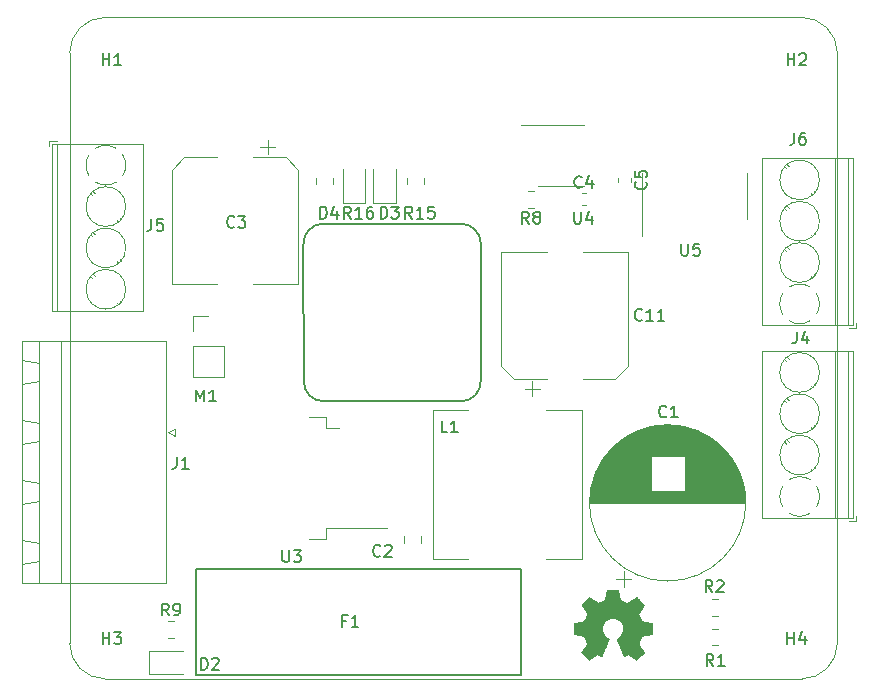
<source format=gbr>
G04 #@! TF.GenerationSoftware,KiCad,Pcbnew,(5.1.2)-1*
G04 #@! TF.CreationDate,2019-08-04T20:48:43+02:00*
G04 #@! TF.ProjectId,SMPS hat,534d5053-2068-4617-942e-6b696361645f,rev?*
G04 #@! TF.SameCoordinates,Original*
G04 #@! TF.FileFunction,Legend,Top*
G04 #@! TF.FilePolarity,Positive*
%FSLAX46Y46*%
G04 Gerber Fmt 4.6, Leading zero omitted, Abs format (unit mm)*
G04 Created by KiCad (PCBNEW (5.1.2)-1) date 2019-08-04 20:48:43*
%MOMM*%
%LPD*%
G04 APERTURE LIST*
%ADD10C,0.150000*%
%ADD11C,0.100000*%
%ADD12C,0.010000*%
%ADD13C,0.120000*%
G04 APERTURE END LIST*
D10*
X100101383Y-93318831D02*
G75*
G02X98374200Y-91643200I-50783J1675631D01*
G01*
X113359431Y-91592417D02*
G75*
G02X111683800Y-93319600I-1675631J-50783D01*
G01*
X111633017Y-78283569D02*
G75*
G02X113360200Y-79959200I50783J-1675631D01*
G01*
X98349569Y-80009983D02*
G75*
G02X100025200Y-78282800I1675631J50783D01*
G01*
X98374200Y-91643200D02*
X98349569Y-80009983D01*
X111683800Y-93319600D02*
X100101383Y-93318831D01*
X113360200Y-79959200D02*
X113359431Y-91592417D01*
X100025200Y-78282800D02*
X111633017Y-78283569D01*
D11*
X78546357Y-63830200D02*
X78546356Y-113817611D01*
X78546357Y-63830200D02*
G75*
G02X81534000Y-60817611I2999999J12589D01*
G01*
X140546356Y-60817611D02*
X81534000Y-60817611D01*
X140546356Y-60817611D02*
G75*
G02X143546356Y-63817611I0J-3000000D01*
G01*
X143546351Y-113822847D02*
X143546356Y-63817611D01*
X81546356Y-116817611D02*
G75*
G02X78546356Y-113817611I0J3000000D01*
G01*
X81546356Y-116817611D02*
X140546356Y-116817611D01*
X143546351Y-113822847D02*
G75*
G02X140546356Y-116817611I-2999995J5236D01*
G01*
D12*
G36*
X125076774Y-109721691D02*
G01*
X125160595Y-110166315D01*
X125469880Y-110293813D01*
X125779166Y-110421311D01*
X126150206Y-110169006D01*
X126254117Y-110098756D01*
X126348047Y-110036032D01*
X126427612Y-109983698D01*
X126488430Y-109944617D01*
X126526117Y-109921653D01*
X126536381Y-109916702D01*
X126554870Y-109929436D01*
X126594380Y-109964642D01*
X126650482Y-110017822D01*
X126718747Y-110084478D01*
X126794746Y-110160114D01*
X126874052Y-110240232D01*
X126952235Y-110320334D01*
X127024867Y-110395924D01*
X127087519Y-110462505D01*
X127135763Y-110515578D01*
X127165170Y-110550647D01*
X127172201Y-110562383D01*
X127162083Y-110584020D01*
X127133719Y-110631422D01*
X127090089Y-110699953D01*
X127034178Y-110784975D01*
X126968966Y-110881853D01*
X126931179Y-110937110D01*
X126862303Y-111038008D01*
X126801100Y-111129059D01*
X126750538Y-111205730D01*
X126713588Y-111263488D01*
X126693218Y-111297803D01*
X126690157Y-111305014D01*
X126697096Y-111325508D01*
X126716011Y-111373273D01*
X126744047Y-111441592D01*
X126778351Y-111523749D01*
X126816069Y-111613030D01*
X126854347Y-111702718D01*
X126890330Y-111786098D01*
X126921166Y-111856454D01*
X126943999Y-111907070D01*
X126955977Y-111931231D01*
X126956684Y-111932182D01*
X126975491Y-111936796D01*
X127025578Y-111947088D01*
X127101753Y-111962047D01*
X127198825Y-111980661D01*
X127311603Y-112001919D01*
X127377402Y-112014178D01*
X127497910Y-112037122D01*
X127606757Y-112058955D01*
X127698436Y-112078482D01*
X127767441Y-112094508D01*
X127808264Y-112105839D01*
X127816471Y-112109434D01*
X127824508Y-112133766D01*
X127830993Y-112188719D01*
X127835930Y-112267868D01*
X127839324Y-112364786D01*
X127841178Y-112473047D01*
X127841498Y-112586225D01*
X127840287Y-112697895D01*
X127837550Y-112801628D01*
X127833291Y-112891001D01*
X127827515Y-112959586D01*
X127820227Y-113000957D01*
X127815855Y-113009570D01*
X127789724Y-113019893D01*
X127734353Y-113034652D01*
X127657067Y-113052112D01*
X127565190Y-113070540D01*
X127533118Y-113076501D01*
X127378484Y-113104826D01*
X127256335Y-113127636D01*
X127162633Y-113145840D01*
X127093344Y-113160343D01*
X127044431Y-113172052D01*
X127011857Y-113181875D01*
X126991588Y-113190716D01*
X126979586Y-113199484D01*
X126977907Y-113201217D01*
X126961144Y-113229131D01*
X126935574Y-113283455D01*
X126903748Y-113357537D01*
X126868220Y-113444725D01*
X126831543Y-113538368D01*
X126796271Y-113631812D01*
X126764956Y-113718407D01*
X126740153Y-113791500D01*
X126724414Y-113844438D01*
X126720292Y-113870571D01*
X126720636Y-113871486D01*
X126734601Y-113892846D01*
X126766282Y-113939844D01*
X126812351Y-114007587D01*
X126869478Y-114091183D01*
X126934333Y-114185742D01*
X126952803Y-114212614D01*
X127018659Y-114310035D01*
X127076610Y-114398923D01*
X127123498Y-114474172D01*
X127156167Y-114530680D01*
X127171460Y-114563341D01*
X127172201Y-114567353D01*
X127159352Y-114588444D01*
X127123848Y-114630224D01*
X127070253Y-114688205D01*
X127003131Y-114757895D01*
X126927047Y-114834805D01*
X126846564Y-114914443D01*
X126766247Y-114992321D01*
X126690659Y-115063946D01*
X126624365Y-115124830D01*
X126571929Y-115170481D01*
X126537915Y-115196410D01*
X126528505Y-115200643D01*
X126506603Y-115190672D01*
X126461760Y-115163780D01*
X126401281Y-115124496D01*
X126354749Y-115092877D01*
X126270435Y-115034858D01*
X126170586Y-114966544D01*
X126070433Y-114898339D01*
X126016587Y-114861835D01*
X125834331Y-114738560D01*
X125681341Y-114821280D01*
X125611642Y-114857519D01*
X125552374Y-114885686D01*
X125512271Y-114901751D01*
X125502063Y-114903986D01*
X125489789Y-114887482D01*
X125465573Y-114840842D01*
X125431223Y-114768369D01*
X125388548Y-114674366D01*
X125339354Y-114563134D01*
X125285450Y-114438975D01*
X125228644Y-114306192D01*
X125170742Y-114169087D01*
X125113553Y-114031962D01*
X125058884Y-113899118D01*
X125008544Y-113774858D01*
X124964340Y-113663485D01*
X124928079Y-113569299D01*
X124901569Y-113496604D01*
X124886618Y-113449701D01*
X124884214Y-113433593D01*
X124903271Y-113413046D01*
X124944996Y-113379693D01*
X125000666Y-113340462D01*
X125005338Y-113337359D01*
X125149224Y-113222183D01*
X125265243Y-113087813D01*
X125352390Y-112938544D01*
X125409659Y-112778673D01*
X125436046Y-112612497D01*
X125430545Y-112444312D01*
X125392150Y-112278415D01*
X125319855Y-112119102D01*
X125298586Y-112084247D01*
X125187956Y-111943497D01*
X125057262Y-111830474D01*
X124911024Y-111745763D01*
X124753768Y-111689954D01*
X124590017Y-111663634D01*
X124424293Y-111667390D01*
X124261122Y-111701810D01*
X124105025Y-111767483D01*
X123960527Y-111864995D01*
X123915829Y-111904573D01*
X123802072Y-112028463D01*
X123719178Y-112158884D01*
X123662316Y-112305075D01*
X123630647Y-112449848D01*
X123622829Y-112612620D01*
X123648898Y-112776200D01*
X123706205Y-112935058D01*
X123792104Y-113083666D01*
X123903946Y-113216495D01*
X124039083Y-113328016D01*
X124056843Y-113339771D01*
X124113110Y-113378268D01*
X124155883Y-113411623D01*
X124176332Y-113432920D01*
X124176629Y-113433593D01*
X124172239Y-113456631D01*
X124154836Y-113508917D01*
X124126228Y-113586150D01*
X124088225Y-113684028D01*
X124042634Y-113798251D01*
X123991263Y-113924518D01*
X123935922Y-114058527D01*
X123878418Y-114195978D01*
X123820561Y-114332568D01*
X123764158Y-114463997D01*
X123711018Y-114585965D01*
X123662950Y-114694169D01*
X123621761Y-114784309D01*
X123589261Y-114852083D01*
X123567257Y-114893190D01*
X123558396Y-114903986D01*
X123531320Y-114895579D01*
X123480657Y-114873032D01*
X123415143Y-114840373D01*
X123379119Y-114821280D01*
X123226128Y-114738560D01*
X123043872Y-114861835D01*
X122950835Y-114924988D01*
X122848975Y-114994487D01*
X122753522Y-115059925D01*
X122705710Y-115092877D01*
X122638465Y-115138033D01*
X122581524Y-115173817D01*
X122542314Y-115195698D01*
X122529579Y-115200323D01*
X122511043Y-115187845D01*
X122470019Y-115153012D01*
X122410485Y-115099438D01*
X122336418Y-115030743D01*
X122251795Y-114950541D01*
X122198275Y-114899046D01*
X122104641Y-114807046D01*
X122023719Y-114724759D01*
X121958783Y-114655705D01*
X121913102Y-114603404D01*
X121889949Y-114571376D01*
X121887728Y-114564876D01*
X121898036Y-114540154D01*
X121926521Y-114490165D01*
X121970023Y-114419972D01*
X122025383Y-114334635D01*
X122089440Y-114239216D01*
X122107657Y-114212614D01*
X122174033Y-114115927D01*
X122233582Y-114028877D01*
X122282976Y-113956355D01*
X122318885Y-113903253D01*
X122337979Y-113874463D01*
X122339824Y-113871486D01*
X122337065Y-113848542D01*
X122322422Y-113798096D01*
X122298447Y-113726801D01*
X122267694Y-113641307D01*
X122232716Y-113548267D01*
X122196067Y-113454334D01*
X122160299Y-113366159D01*
X122127966Y-113290394D01*
X122101622Y-113233691D01*
X122083818Y-113202703D01*
X122082553Y-113201217D01*
X122071666Y-113192361D01*
X122053278Y-113183603D01*
X122023354Y-113174037D01*
X121977857Y-113162756D01*
X121912751Y-113148853D01*
X121823999Y-113131423D01*
X121707567Y-113109558D01*
X121559418Y-113082351D01*
X121527342Y-113076501D01*
X121432274Y-113058134D01*
X121349395Y-113040165D01*
X121286030Y-113024329D01*
X121249502Y-113012360D01*
X121244604Y-113009570D01*
X121236533Y-112984832D01*
X121229973Y-112929550D01*
X121224927Y-112850149D01*
X121221401Y-112753056D01*
X121219399Y-112644698D01*
X121218924Y-112531500D01*
X121219983Y-112419888D01*
X121222578Y-112316289D01*
X121226714Y-112227128D01*
X121232397Y-112158832D01*
X121239629Y-112117826D01*
X121243989Y-112109434D01*
X121268262Y-112100968D01*
X121323534Y-112087195D01*
X121404298Y-112069310D01*
X121505048Y-112048508D01*
X121620277Y-112025983D01*
X121683058Y-112014178D01*
X121802173Y-111991911D01*
X121908395Y-111971739D01*
X121996533Y-111954675D01*
X122061394Y-111941729D01*
X122097786Y-111933915D01*
X122103776Y-111932182D01*
X122113899Y-111912650D01*
X122135298Y-111865603D01*
X122165121Y-111797763D01*
X122200515Y-111715851D01*
X122238628Y-111626588D01*
X122276607Y-111536695D01*
X122311600Y-111452895D01*
X122340754Y-111381907D01*
X122361217Y-111330454D01*
X122370137Y-111305257D01*
X122370303Y-111304156D01*
X122360191Y-111284279D01*
X122331843Y-111238537D01*
X122288237Y-111171477D01*
X122232354Y-111087644D01*
X122167173Y-110991586D01*
X122129281Y-110936410D01*
X122060235Y-110835241D01*
X121998910Y-110743390D01*
X121948297Y-110665504D01*
X121911389Y-110606229D01*
X121891178Y-110570211D01*
X121888259Y-110562137D01*
X121900807Y-110543344D01*
X121935497Y-110503217D01*
X121987897Y-110446253D01*
X122053576Y-110376945D01*
X122128104Y-110299791D01*
X122207047Y-110219285D01*
X122285977Y-110139923D01*
X122360460Y-110066200D01*
X122426066Y-110002612D01*
X122478364Y-109953654D01*
X122512921Y-109923821D01*
X122524482Y-109916702D01*
X122543306Y-109926713D01*
X122588329Y-109954838D01*
X122655173Y-109998214D01*
X122739461Y-110053978D01*
X122836816Y-110119266D01*
X122910253Y-110169006D01*
X123281293Y-110421311D01*
X123899865Y-110166315D01*
X123983685Y-109721691D01*
X124067506Y-109277067D01*
X124992954Y-109277067D01*
X125076774Y-109721691D01*
X125076774Y-109721691D01*
G37*
X125076774Y-109721691D02*
X125160595Y-110166315D01*
X125469880Y-110293813D01*
X125779166Y-110421311D01*
X126150206Y-110169006D01*
X126254117Y-110098756D01*
X126348047Y-110036032D01*
X126427612Y-109983698D01*
X126488430Y-109944617D01*
X126526117Y-109921653D01*
X126536381Y-109916702D01*
X126554870Y-109929436D01*
X126594380Y-109964642D01*
X126650482Y-110017822D01*
X126718747Y-110084478D01*
X126794746Y-110160114D01*
X126874052Y-110240232D01*
X126952235Y-110320334D01*
X127024867Y-110395924D01*
X127087519Y-110462505D01*
X127135763Y-110515578D01*
X127165170Y-110550647D01*
X127172201Y-110562383D01*
X127162083Y-110584020D01*
X127133719Y-110631422D01*
X127090089Y-110699953D01*
X127034178Y-110784975D01*
X126968966Y-110881853D01*
X126931179Y-110937110D01*
X126862303Y-111038008D01*
X126801100Y-111129059D01*
X126750538Y-111205730D01*
X126713588Y-111263488D01*
X126693218Y-111297803D01*
X126690157Y-111305014D01*
X126697096Y-111325508D01*
X126716011Y-111373273D01*
X126744047Y-111441592D01*
X126778351Y-111523749D01*
X126816069Y-111613030D01*
X126854347Y-111702718D01*
X126890330Y-111786098D01*
X126921166Y-111856454D01*
X126943999Y-111907070D01*
X126955977Y-111931231D01*
X126956684Y-111932182D01*
X126975491Y-111936796D01*
X127025578Y-111947088D01*
X127101753Y-111962047D01*
X127198825Y-111980661D01*
X127311603Y-112001919D01*
X127377402Y-112014178D01*
X127497910Y-112037122D01*
X127606757Y-112058955D01*
X127698436Y-112078482D01*
X127767441Y-112094508D01*
X127808264Y-112105839D01*
X127816471Y-112109434D01*
X127824508Y-112133766D01*
X127830993Y-112188719D01*
X127835930Y-112267868D01*
X127839324Y-112364786D01*
X127841178Y-112473047D01*
X127841498Y-112586225D01*
X127840287Y-112697895D01*
X127837550Y-112801628D01*
X127833291Y-112891001D01*
X127827515Y-112959586D01*
X127820227Y-113000957D01*
X127815855Y-113009570D01*
X127789724Y-113019893D01*
X127734353Y-113034652D01*
X127657067Y-113052112D01*
X127565190Y-113070540D01*
X127533118Y-113076501D01*
X127378484Y-113104826D01*
X127256335Y-113127636D01*
X127162633Y-113145840D01*
X127093344Y-113160343D01*
X127044431Y-113172052D01*
X127011857Y-113181875D01*
X126991588Y-113190716D01*
X126979586Y-113199484D01*
X126977907Y-113201217D01*
X126961144Y-113229131D01*
X126935574Y-113283455D01*
X126903748Y-113357537D01*
X126868220Y-113444725D01*
X126831543Y-113538368D01*
X126796271Y-113631812D01*
X126764956Y-113718407D01*
X126740153Y-113791500D01*
X126724414Y-113844438D01*
X126720292Y-113870571D01*
X126720636Y-113871486D01*
X126734601Y-113892846D01*
X126766282Y-113939844D01*
X126812351Y-114007587D01*
X126869478Y-114091183D01*
X126934333Y-114185742D01*
X126952803Y-114212614D01*
X127018659Y-114310035D01*
X127076610Y-114398923D01*
X127123498Y-114474172D01*
X127156167Y-114530680D01*
X127171460Y-114563341D01*
X127172201Y-114567353D01*
X127159352Y-114588444D01*
X127123848Y-114630224D01*
X127070253Y-114688205D01*
X127003131Y-114757895D01*
X126927047Y-114834805D01*
X126846564Y-114914443D01*
X126766247Y-114992321D01*
X126690659Y-115063946D01*
X126624365Y-115124830D01*
X126571929Y-115170481D01*
X126537915Y-115196410D01*
X126528505Y-115200643D01*
X126506603Y-115190672D01*
X126461760Y-115163780D01*
X126401281Y-115124496D01*
X126354749Y-115092877D01*
X126270435Y-115034858D01*
X126170586Y-114966544D01*
X126070433Y-114898339D01*
X126016587Y-114861835D01*
X125834331Y-114738560D01*
X125681341Y-114821280D01*
X125611642Y-114857519D01*
X125552374Y-114885686D01*
X125512271Y-114901751D01*
X125502063Y-114903986D01*
X125489789Y-114887482D01*
X125465573Y-114840842D01*
X125431223Y-114768369D01*
X125388548Y-114674366D01*
X125339354Y-114563134D01*
X125285450Y-114438975D01*
X125228644Y-114306192D01*
X125170742Y-114169087D01*
X125113553Y-114031962D01*
X125058884Y-113899118D01*
X125008544Y-113774858D01*
X124964340Y-113663485D01*
X124928079Y-113569299D01*
X124901569Y-113496604D01*
X124886618Y-113449701D01*
X124884214Y-113433593D01*
X124903271Y-113413046D01*
X124944996Y-113379693D01*
X125000666Y-113340462D01*
X125005338Y-113337359D01*
X125149224Y-113222183D01*
X125265243Y-113087813D01*
X125352390Y-112938544D01*
X125409659Y-112778673D01*
X125436046Y-112612497D01*
X125430545Y-112444312D01*
X125392150Y-112278415D01*
X125319855Y-112119102D01*
X125298586Y-112084247D01*
X125187956Y-111943497D01*
X125057262Y-111830474D01*
X124911024Y-111745763D01*
X124753768Y-111689954D01*
X124590017Y-111663634D01*
X124424293Y-111667390D01*
X124261122Y-111701810D01*
X124105025Y-111767483D01*
X123960527Y-111864995D01*
X123915829Y-111904573D01*
X123802072Y-112028463D01*
X123719178Y-112158884D01*
X123662316Y-112305075D01*
X123630647Y-112449848D01*
X123622829Y-112612620D01*
X123648898Y-112776200D01*
X123706205Y-112935058D01*
X123792104Y-113083666D01*
X123903946Y-113216495D01*
X124039083Y-113328016D01*
X124056843Y-113339771D01*
X124113110Y-113378268D01*
X124155883Y-113411623D01*
X124176332Y-113432920D01*
X124176629Y-113433593D01*
X124172239Y-113456631D01*
X124154836Y-113508917D01*
X124126228Y-113586150D01*
X124088225Y-113684028D01*
X124042634Y-113798251D01*
X123991263Y-113924518D01*
X123935922Y-114058527D01*
X123878418Y-114195978D01*
X123820561Y-114332568D01*
X123764158Y-114463997D01*
X123711018Y-114585965D01*
X123662950Y-114694169D01*
X123621761Y-114784309D01*
X123589261Y-114852083D01*
X123567257Y-114893190D01*
X123558396Y-114903986D01*
X123531320Y-114895579D01*
X123480657Y-114873032D01*
X123415143Y-114840373D01*
X123379119Y-114821280D01*
X123226128Y-114738560D01*
X123043872Y-114861835D01*
X122950835Y-114924988D01*
X122848975Y-114994487D01*
X122753522Y-115059925D01*
X122705710Y-115092877D01*
X122638465Y-115138033D01*
X122581524Y-115173817D01*
X122542314Y-115195698D01*
X122529579Y-115200323D01*
X122511043Y-115187845D01*
X122470019Y-115153012D01*
X122410485Y-115099438D01*
X122336418Y-115030743D01*
X122251795Y-114950541D01*
X122198275Y-114899046D01*
X122104641Y-114807046D01*
X122023719Y-114724759D01*
X121958783Y-114655705D01*
X121913102Y-114603404D01*
X121889949Y-114571376D01*
X121887728Y-114564876D01*
X121898036Y-114540154D01*
X121926521Y-114490165D01*
X121970023Y-114419972D01*
X122025383Y-114334635D01*
X122089440Y-114239216D01*
X122107657Y-114212614D01*
X122174033Y-114115927D01*
X122233582Y-114028877D01*
X122282976Y-113956355D01*
X122318885Y-113903253D01*
X122337979Y-113874463D01*
X122339824Y-113871486D01*
X122337065Y-113848542D01*
X122322422Y-113798096D01*
X122298447Y-113726801D01*
X122267694Y-113641307D01*
X122232716Y-113548267D01*
X122196067Y-113454334D01*
X122160299Y-113366159D01*
X122127966Y-113290394D01*
X122101622Y-113233691D01*
X122083818Y-113202703D01*
X122082553Y-113201217D01*
X122071666Y-113192361D01*
X122053278Y-113183603D01*
X122023354Y-113174037D01*
X121977857Y-113162756D01*
X121912751Y-113148853D01*
X121823999Y-113131423D01*
X121707567Y-113109558D01*
X121559418Y-113082351D01*
X121527342Y-113076501D01*
X121432274Y-113058134D01*
X121349395Y-113040165D01*
X121286030Y-113024329D01*
X121249502Y-113012360D01*
X121244604Y-113009570D01*
X121236533Y-112984832D01*
X121229973Y-112929550D01*
X121224927Y-112850149D01*
X121221401Y-112753056D01*
X121219399Y-112644698D01*
X121218924Y-112531500D01*
X121219983Y-112419888D01*
X121222578Y-112316289D01*
X121226714Y-112227128D01*
X121232397Y-112158832D01*
X121239629Y-112117826D01*
X121243989Y-112109434D01*
X121268262Y-112100968D01*
X121323534Y-112087195D01*
X121404298Y-112069310D01*
X121505048Y-112048508D01*
X121620277Y-112025983D01*
X121683058Y-112014178D01*
X121802173Y-111991911D01*
X121908395Y-111971739D01*
X121996533Y-111954675D01*
X122061394Y-111941729D01*
X122097786Y-111933915D01*
X122103776Y-111932182D01*
X122113899Y-111912650D01*
X122135298Y-111865603D01*
X122165121Y-111797763D01*
X122200515Y-111715851D01*
X122238628Y-111626588D01*
X122276607Y-111536695D01*
X122311600Y-111452895D01*
X122340754Y-111381907D01*
X122361217Y-111330454D01*
X122370137Y-111305257D01*
X122370303Y-111304156D01*
X122360191Y-111284279D01*
X122331843Y-111238537D01*
X122288237Y-111171477D01*
X122232354Y-111087644D01*
X122167173Y-110991586D01*
X122129281Y-110936410D01*
X122060235Y-110835241D01*
X121998910Y-110743390D01*
X121948297Y-110665504D01*
X121911389Y-110606229D01*
X121891178Y-110570211D01*
X121888259Y-110562137D01*
X121900807Y-110543344D01*
X121935497Y-110503217D01*
X121987897Y-110446253D01*
X122053576Y-110376945D01*
X122128104Y-110299791D01*
X122207047Y-110219285D01*
X122285977Y-110139923D01*
X122360460Y-110066200D01*
X122426066Y-110002612D01*
X122478364Y-109953654D01*
X122512921Y-109923821D01*
X122524482Y-109916702D01*
X122543306Y-109926713D01*
X122588329Y-109954838D01*
X122655173Y-109998214D01*
X122739461Y-110053978D01*
X122836816Y-110119266D01*
X122910253Y-110169006D01*
X123281293Y-110421311D01*
X123899865Y-110166315D01*
X123983685Y-109721691D01*
X124067506Y-109277067D01*
X124992954Y-109277067D01*
X125076774Y-109721691D01*
D13*
X87504700Y-95623100D02*
X87504700Y-96223100D01*
X86904700Y-95923100D02*
X87504700Y-95623100D01*
X87504700Y-96223100D02*
X86904700Y-95923100D01*
X75984700Y-100253100D02*
X74484700Y-100003100D01*
X75984700Y-101753100D02*
X75984700Y-100253100D01*
X74484700Y-102003100D02*
X75984700Y-101753100D01*
X74484700Y-100003100D02*
X74484700Y-102003100D01*
X75984700Y-95173100D02*
X74484700Y-94923100D01*
X75984700Y-96673100D02*
X75984700Y-95173100D01*
X74484700Y-96923100D02*
X75984700Y-96673100D01*
X74484700Y-94923100D02*
X74484700Y-96923100D01*
X75984700Y-105333100D02*
X74484700Y-105083100D01*
X75984700Y-106833100D02*
X75984700Y-105333100D01*
X74484700Y-107083100D02*
X75984700Y-106833100D01*
X74484700Y-105083100D02*
X74484700Y-107083100D01*
X75984700Y-90093100D02*
X74484700Y-89843100D01*
X75984700Y-91593100D02*
X75984700Y-90093100D01*
X74484700Y-91843100D02*
X75984700Y-91593100D01*
X74484700Y-89843100D02*
X74484700Y-91843100D01*
X75984700Y-108733100D02*
X75984700Y-88193100D01*
X77784700Y-108733100D02*
X75984700Y-108733100D01*
X77784700Y-88193100D02*
X77784700Y-108733100D01*
X75984700Y-88193100D02*
X77784700Y-88193100D01*
X86704700Y-108733100D02*
X86704700Y-88193100D01*
X74484700Y-108733100D02*
X86704700Y-108733100D01*
X74484700Y-88193100D02*
X74484700Y-108733100D01*
X86704700Y-88193100D02*
X74484700Y-88193100D01*
X127027780Y-75905360D02*
X127027780Y-79355360D01*
X127027780Y-75905360D02*
X127027780Y-73955360D01*
X135897780Y-75905360D02*
X135897780Y-77855360D01*
X135897780Y-75905360D02*
X135897780Y-73955360D01*
X120175020Y-69941760D02*
X116725020Y-69941760D01*
X120175020Y-69941760D02*
X122125020Y-69941760D01*
X120175020Y-75061760D02*
X118225020Y-75061760D01*
X120175020Y-75061760D02*
X122125020Y-75061760D01*
X100282800Y-95559300D02*
X101382800Y-95559300D01*
X100282800Y-94609300D02*
X100282800Y-95559300D01*
X98782800Y-94609300D02*
X100282800Y-94609300D01*
X100282800Y-104059300D02*
X105407800Y-104059300D01*
X100282800Y-105009300D02*
X100282800Y-104059300D01*
X98782800Y-105009300D02*
X100282800Y-105009300D01*
X99437120Y-74394428D02*
X99437120Y-74916932D01*
X100857120Y-74394428D02*
X100857120Y-74916932D01*
X107092680Y-74394428D02*
X107092680Y-74916932D01*
X108512680Y-74394428D02*
X108512680Y-74916932D01*
X86856388Y-113348840D02*
X87378892Y-113348840D01*
X86856388Y-111928840D02*
X87378892Y-111928840D01*
X117860712Y-75507780D02*
X117338208Y-75507780D01*
X117860712Y-76927780D02*
X117338208Y-76927780D01*
X132908408Y-111481940D02*
X133430912Y-111481940D01*
X132908408Y-110061940D02*
X133430912Y-110061940D01*
X132922488Y-113991460D02*
X133444992Y-113991460D01*
X132922488Y-112571460D02*
X133444992Y-112571460D01*
X88977160Y-86058700D02*
X90307160Y-86058700D01*
X88977160Y-87388700D02*
X88977160Y-86058700D01*
X88977160Y-88658700D02*
X91637160Y-88658700D01*
X91637160Y-88658700D02*
X91637160Y-91258700D01*
X88977160Y-88658700D02*
X88977160Y-91258700D01*
X88977160Y-91258700D02*
X91637160Y-91258700D01*
X109295400Y-94055400D02*
X112295400Y-94055400D01*
X109295400Y-106655400D02*
X109295400Y-94055400D01*
X112295400Y-106655400D02*
X109295400Y-106655400D01*
X121895400Y-106655400D02*
X118895400Y-106655400D01*
X121895400Y-94055400D02*
X121895400Y-106655400D01*
X118895400Y-94055400D02*
X121895400Y-94055400D01*
X145155320Y-87119680D02*
X145155320Y-86719680D01*
X144515320Y-87119680D02*
X145155320Y-87119680D01*
X141296320Y-75714680D02*
X141424320Y-75843680D01*
X139080320Y-73499680D02*
X139174320Y-73593680D01*
X141536320Y-75544680D02*
X141629320Y-75638680D01*
X139286320Y-73294680D02*
X139414320Y-73423680D01*
X141296320Y-79214680D02*
X141424320Y-79343680D01*
X139080320Y-76999680D02*
X139174320Y-77093680D01*
X141536320Y-79044680D02*
X141629320Y-79138680D01*
X139286320Y-76794680D02*
X139414320Y-76923680D01*
X141296320Y-82714680D02*
X141424320Y-82843680D01*
X139080320Y-80499680D02*
X139174320Y-80593680D01*
X141536320Y-82544680D02*
X141629320Y-82638680D01*
X139286320Y-80294680D02*
X139414320Y-80423680D01*
X137195320Y-72759680D02*
X144915320Y-72759680D01*
X137195320Y-86879680D02*
X144915320Y-86879680D01*
X144915320Y-86879680D02*
X144915320Y-72759680D01*
X137195320Y-86879680D02*
X137195320Y-72759680D01*
X143355320Y-86879680D02*
X143355320Y-72759680D01*
X144455320Y-86879680D02*
X144455320Y-72759680D01*
X142035320Y-74569680D02*
G75*
G03X142035320Y-74569680I-1680000J0D01*
G01*
X142035320Y-78069680D02*
G75*
G03X142035320Y-78069680I-1680000J0D01*
G01*
X142035320Y-81569680D02*
G75*
G03X142035320Y-81569680I-1680000J0D01*
G01*
X142035419Y-85041006D02*
G75*
G02X141795320Y-85935680I-1680099J-28674D01*
G01*
X141245214Y-86495038D02*
G75*
G02X139489320Y-86509680I-889894J1425358D01*
G01*
X138929962Y-85959574D02*
G75*
G02X138915320Y-84203680I1425358J889894D01*
G01*
X139465127Y-83644175D02*
G75*
G02X141246320Y-83644680I890193J-1425505D01*
G01*
X141780041Y-84179416D02*
G75*
G02X142035320Y-85069680I-1424721J-890264D01*
G01*
X76817820Y-71282460D02*
X76817820Y-71682460D01*
X77457820Y-71282460D02*
X76817820Y-71282460D01*
X80676820Y-82687460D02*
X80548820Y-82558460D01*
X82892820Y-84902460D02*
X82798820Y-84808460D01*
X80436820Y-82857460D02*
X80343820Y-82763460D01*
X82686820Y-85107460D02*
X82558820Y-84978460D01*
X80676820Y-79187460D02*
X80548820Y-79058460D01*
X82892820Y-81402460D02*
X82798820Y-81308460D01*
X80436820Y-79357460D02*
X80343820Y-79263460D01*
X82686820Y-81607460D02*
X82558820Y-81478460D01*
X80676820Y-75687460D02*
X80548820Y-75558460D01*
X82892820Y-77902460D02*
X82798820Y-77808460D01*
X80436820Y-75857460D02*
X80343820Y-75763460D01*
X82686820Y-78107460D02*
X82558820Y-77978460D01*
X84777820Y-85642460D02*
X77057820Y-85642460D01*
X84777820Y-71522460D02*
X77057820Y-71522460D01*
X77057820Y-71522460D02*
X77057820Y-85642460D01*
X84777820Y-71522460D02*
X84777820Y-85642460D01*
X78617820Y-71522460D02*
X78617820Y-85642460D01*
X77517820Y-71522460D02*
X77517820Y-85642460D01*
X83297820Y-83832460D02*
G75*
G03X83297820Y-83832460I-1680000J0D01*
G01*
X83297820Y-80332460D02*
G75*
G03X83297820Y-80332460I-1680000J0D01*
G01*
X83297820Y-76832460D02*
G75*
G03X83297820Y-76832460I-1680000J0D01*
G01*
X79937721Y-73361134D02*
G75*
G02X80177820Y-72466460I1680099J28674D01*
G01*
X80727926Y-71907102D02*
G75*
G02X82483820Y-71892460I889894J-1425358D01*
G01*
X83043178Y-72442566D02*
G75*
G02X83057820Y-74198460I-1425358J-889894D01*
G01*
X82508013Y-74757965D02*
G75*
G02X80726820Y-74757460I-890193J1425505D01*
G01*
X80193099Y-74222724D02*
G75*
G02X79937820Y-73332460I1424721J890264D01*
G01*
X145155320Y-103426360D02*
X145155320Y-103026360D01*
X144515320Y-103426360D02*
X145155320Y-103426360D01*
X141296320Y-92021360D02*
X141424320Y-92150360D01*
X139080320Y-89806360D02*
X139174320Y-89900360D01*
X141536320Y-91851360D02*
X141629320Y-91945360D01*
X139286320Y-89601360D02*
X139414320Y-89730360D01*
X141296320Y-95521360D02*
X141424320Y-95650360D01*
X139080320Y-93306360D02*
X139174320Y-93400360D01*
X141536320Y-95351360D02*
X141629320Y-95445360D01*
X139286320Y-93101360D02*
X139414320Y-93230360D01*
X141296320Y-99021360D02*
X141424320Y-99150360D01*
X139080320Y-96806360D02*
X139174320Y-96900360D01*
X141536320Y-98851360D02*
X141629320Y-98945360D01*
X139286320Y-96601360D02*
X139414320Y-96730360D01*
X137195320Y-89066360D02*
X144915320Y-89066360D01*
X137195320Y-103186360D02*
X144915320Y-103186360D01*
X144915320Y-103186360D02*
X144915320Y-89066360D01*
X137195320Y-103186360D02*
X137195320Y-89066360D01*
X143355320Y-103186360D02*
X143355320Y-89066360D01*
X144455320Y-103186360D02*
X144455320Y-89066360D01*
X142035320Y-90876360D02*
G75*
G03X142035320Y-90876360I-1680000J0D01*
G01*
X142035320Y-94376360D02*
G75*
G03X142035320Y-94376360I-1680000J0D01*
G01*
X142035320Y-97876360D02*
G75*
G03X142035320Y-97876360I-1680000J0D01*
G01*
X142035419Y-101347686D02*
G75*
G02X141795320Y-102242360I-1680099J-28674D01*
G01*
X141245214Y-102801718D02*
G75*
G02X139489320Y-102816360I-889894J1425358D01*
G01*
X138929962Y-102266254D02*
G75*
G02X138915320Y-100510360I1425358J889894D01*
G01*
X139465127Y-99950855D02*
G75*
G02X141246320Y-99951360I890193J-1425505D01*
G01*
X141780041Y-100486096D02*
G75*
G02X142035320Y-101376360I-1424721J-890264D01*
G01*
D10*
X116749200Y-116514000D02*
X116749200Y-107514000D01*
X116749200Y-107514000D02*
X89249200Y-107514000D01*
X89249200Y-107514000D02*
X89249200Y-116514000D01*
X89249200Y-116514000D02*
X116749200Y-116514000D01*
D13*
X103574546Y-76493180D02*
X103574546Y-73633180D01*
X101654546Y-76493180D02*
X103574546Y-76493180D01*
X101654546Y-73633180D02*
X101654546Y-76493180D01*
X106180952Y-76493180D02*
X106180952Y-73633180D01*
X104260952Y-76493180D02*
X106180952Y-76493180D01*
X104260952Y-73633180D02*
X104260952Y-76493180D01*
X85302640Y-116397920D02*
X88162640Y-116397920D01*
X85302640Y-114477920D02*
X85302640Y-116397920D01*
X88162640Y-114477920D02*
X85302640Y-114477920D01*
X117082120Y-92267500D02*
X118332120Y-92267500D01*
X117707120Y-92892500D02*
X117707120Y-91642500D01*
X124762683Y-91402500D02*
X125827120Y-90338063D01*
X116171557Y-91402500D02*
X115107120Y-90338063D01*
X116171557Y-91402500D02*
X118957120Y-91402500D01*
X124762683Y-91402500D02*
X121977120Y-91402500D01*
X125827120Y-90338063D02*
X125827120Y-80682500D01*
X115107120Y-90338063D02*
X115107120Y-80682500D01*
X115107120Y-80682500D02*
X118957120Y-80682500D01*
X125827120Y-80682500D02*
X121977120Y-80682500D01*
X125019340Y-74408213D02*
X125019340Y-74750747D01*
X126039340Y-74408213D02*
X126039340Y-74750747D01*
X121903673Y-76727780D02*
X122246207Y-76727780D01*
X121903673Y-75707780D02*
X122246207Y-75707780D01*
X95929900Y-71791100D02*
X94679900Y-71791100D01*
X95304900Y-71166100D02*
X95304900Y-72416100D01*
X88249337Y-72656100D02*
X87184900Y-73720537D01*
X96840463Y-72656100D02*
X97904900Y-73720537D01*
X96840463Y-72656100D02*
X94054900Y-72656100D01*
X88249337Y-72656100D02*
X91034900Y-72656100D01*
X87184900Y-73720537D02*
X87184900Y-83376100D01*
X97904900Y-73720537D02*
X97904900Y-83376100D01*
X97904900Y-83376100D02*
X94054900Y-83376100D01*
X87184900Y-83376100D02*
X91034900Y-83376100D01*
X106886940Y-104762668D02*
X106886940Y-105285172D01*
X108306940Y-104762668D02*
X108306940Y-105285172D01*
X124814320Y-108351429D02*
X126114320Y-108351429D01*
X125464320Y-109001429D02*
X125464320Y-107701429D01*
X128704320Y-95315860D02*
X129654320Y-95315860D01*
X128329320Y-95355860D02*
X130029320Y-95355860D01*
X128072320Y-95395860D02*
X130286320Y-95395860D01*
X127864320Y-95435860D02*
X130494320Y-95435860D01*
X127685320Y-95475860D02*
X130673320Y-95475860D01*
X127526320Y-95515860D02*
X130832320Y-95515860D01*
X127381320Y-95555860D02*
X130977320Y-95555860D01*
X127248320Y-95595860D02*
X131110320Y-95595860D01*
X127124320Y-95635860D02*
X131234320Y-95635860D01*
X127008320Y-95675860D02*
X131350320Y-95675860D01*
X126898320Y-95715860D02*
X131460320Y-95715860D01*
X126794320Y-95755860D02*
X131564320Y-95755860D01*
X126695320Y-95795860D02*
X131663320Y-95795860D01*
X126600320Y-95835860D02*
X131758320Y-95835860D01*
X126509320Y-95875860D02*
X131849320Y-95875860D01*
X126421320Y-95915860D02*
X131937320Y-95915860D01*
X126337320Y-95955860D02*
X132021320Y-95955860D01*
X126256320Y-95995860D02*
X132102320Y-95995860D01*
X126177320Y-96035860D02*
X132181320Y-96035860D01*
X126101320Y-96075860D02*
X132257320Y-96075860D01*
X126027320Y-96115860D02*
X132331320Y-96115860D01*
X125956320Y-96155860D02*
X132402320Y-96155860D01*
X125886320Y-96195860D02*
X132472320Y-96195860D01*
X125818320Y-96235860D02*
X132540320Y-96235860D01*
X125752320Y-96275860D02*
X132606320Y-96275860D01*
X125688320Y-96315860D02*
X132670320Y-96315860D01*
X125625320Y-96355860D02*
X132733320Y-96355860D01*
X125564320Y-96395860D02*
X132794320Y-96395860D01*
X125504320Y-96435860D02*
X132854320Y-96435860D01*
X125446320Y-96475860D02*
X132912320Y-96475860D01*
X125389320Y-96515860D02*
X132969320Y-96515860D01*
X125333320Y-96555860D02*
X133025320Y-96555860D01*
X125279320Y-96595860D02*
X133079320Y-96595860D01*
X125225320Y-96635860D02*
X133133320Y-96635860D01*
X125173320Y-96675860D02*
X133185320Y-96675860D01*
X125122320Y-96715860D02*
X133236320Y-96715860D01*
X125071320Y-96755860D02*
X133287320Y-96755860D01*
X125022320Y-96795860D02*
X133336320Y-96795860D01*
X124974320Y-96835860D02*
X133384320Y-96835860D01*
X124926320Y-96875860D02*
X133432320Y-96875860D01*
X124880320Y-96915860D02*
X133478320Y-96915860D01*
X124834320Y-96955860D02*
X133524320Y-96955860D01*
X124789320Y-96995860D02*
X133569320Y-96995860D01*
X124745320Y-97035860D02*
X133613320Y-97035860D01*
X124702320Y-97075860D02*
X133656320Y-97075860D01*
X124660320Y-97115860D02*
X133698320Y-97115860D01*
X124618320Y-97155860D02*
X133740320Y-97155860D01*
X124577320Y-97195860D02*
X133781320Y-97195860D01*
X124536320Y-97235860D02*
X133822320Y-97235860D01*
X124497320Y-97275860D02*
X133861320Y-97275860D01*
X124458320Y-97315860D02*
X133900320Y-97315860D01*
X124419320Y-97355860D02*
X133939320Y-97355860D01*
X124382320Y-97395860D02*
X133976320Y-97395860D01*
X124345320Y-97435860D02*
X134013320Y-97435860D01*
X124308320Y-97475860D02*
X134050320Y-97475860D01*
X124272320Y-97515860D02*
X134086320Y-97515860D01*
X124237320Y-97555860D02*
X134121320Y-97555860D01*
X124202320Y-97595860D02*
X134156320Y-97595860D01*
X124168320Y-97635860D02*
X134190320Y-97635860D01*
X124135320Y-97675860D02*
X134223320Y-97675860D01*
X124101320Y-97715860D02*
X134257320Y-97715860D01*
X124069320Y-97755860D02*
X134289320Y-97755860D01*
X124037320Y-97795860D02*
X134321320Y-97795860D01*
X124005320Y-97835860D02*
X134353320Y-97835860D01*
X123974320Y-97875860D02*
X134384320Y-97875860D01*
X123944320Y-97915860D02*
X134414320Y-97915860D01*
X123914320Y-97955860D02*
X134444320Y-97955860D01*
X130619320Y-97995860D02*
X134474320Y-97995860D01*
X123884320Y-97995860D02*
X127739320Y-97995860D01*
X130619320Y-98035860D02*
X134503320Y-98035860D01*
X123855320Y-98035860D02*
X127739320Y-98035860D01*
X130619320Y-98075860D02*
X134532320Y-98075860D01*
X123826320Y-98075860D02*
X127739320Y-98075860D01*
X130619320Y-98115860D02*
X134560320Y-98115860D01*
X123798320Y-98115860D02*
X127739320Y-98115860D01*
X130619320Y-98155860D02*
X134588320Y-98155860D01*
X123770320Y-98155860D02*
X127739320Y-98155860D01*
X130619320Y-98195860D02*
X134615320Y-98195860D01*
X123743320Y-98195860D02*
X127739320Y-98195860D01*
X130619320Y-98235860D02*
X134642320Y-98235860D01*
X123716320Y-98235860D02*
X127739320Y-98235860D01*
X130619320Y-98275860D02*
X134669320Y-98275860D01*
X123689320Y-98275860D02*
X127739320Y-98275860D01*
X130619320Y-98315860D02*
X134695320Y-98315860D01*
X123663320Y-98315860D02*
X127739320Y-98315860D01*
X130619320Y-98355860D02*
X134721320Y-98355860D01*
X123637320Y-98355860D02*
X127739320Y-98355860D01*
X130619320Y-98395860D02*
X134746320Y-98395860D01*
X123612320Y-98395860D02*
X127739320Y-98395860D01*
X130619320Y-98435860D02*
X134771320Y-98435860D01*
X123587320Y-98435860D02*
X127739320Y-98435860D01*
X130619320Y-98475860D02*
X134796320Y-98475860D01*
X123562320Y-98475860D02*
X127739320Y-98475860D01*
X130619320Y-98515860D02*
X134820320Y-98515860D01*
X123538320Y-98515860D02*
X127739320Y-98515860D01*
X130619320Y-98555860D02*
X134843320Y-98555860D01*
X123515320Y-98555860D02*
X127739320Y-98555860D01*
X130619320Y-98595860D02*
X134867320Y-98595860D01*
X123491320Y-98595860D02*
X127739320Y-98595860D01*
X130619320Y-98635860D02*
X134890320Y-98635860D01*
X123468320Y-98635860D02*
X127739320Y-98635860D01*
X130619320Y-98675860D02*
X134912320Y-98675860D01*
X123446320Y-98675860D02*
X127739320Y-98675860D01*
X130619320Y-98715860D02*
X134935320Y-98715860D01*
X123423320Y-98715860D02*
X127739320Y-98715860D01*
X130619320Y-98755860D02*
X134957320Y-98755860D01*
X123401320Y-98755860D02*
X127739320Y-98755860D01*
X130619320Y-98795860D02*
X134978320Y-98795860D01*
X123380320Y-98795860D02*
X127739320Y-98795860D01*
X130619320Y-98835860D02*
X134999320Y-98835860D01*
X123359320Y-98835860D02*
X127739320Y-98835860D01*
X130619320Y-98875860D02*
X135020320Y-98875860D01*
X123338320Y-98875860D02*
X127739320Y-98875860D01*
X130619320Y-98915860D02*
X135041320Y-98915860D01*
X123317320Y-98915860D02*
X127739320Y-98915860D01*
X130619320Y-98955860D02*
X135061320Y-98955860D01*
X123297320Y-98955860D02*
X127739320Y-98955860D01*
X130619320Y-98995860D02*
X135081320Y-98995860D01*
X123277320Y-98995860D02*
X127739320Y-98995860D01*
X130619320Y-99035860D02*
X135100320Y-99035860D01*
X123258320Y-99035860D02*
X127739320Y-99035860D01*
X130619320Y-99075860D02*
X135119320Y-99075860D01*
X123239320Y-99075860D02*
X127739320Y-99075860D01*
X130619320Y-99115860D02*
X135138320Y-99115860D01*
X123220320Y-99115860D02*
X127739320Y-99115860D01*
X130619320Y-99155860D02*
X135157320Y-99155860D01*
X123201320Y-99155860D02*
X127739320Y-99155860D01*
X130619320Y-99195860D02*
X135175320Y-99195860D01*
X123183320Y-99195860D02*
X127739320Y-99195860D01*
X130619320Y-99235860D02*
X135193320Y-99235860D01*
X123165320Y-99235860D02*
X127739320Y-99235860D01*
X130619320Y-99275860D02*
X135210320Y-99275860D01*
X123148320Y-99275860D02*
X127739320Y-99275860D01*
X130619320Y-99315860D02*
X135228320Y-99315860D01*
X123130320Y-99315860D02*
X127739320Y-99315860D01*
X130619320Y-99355860D02*
X135244320Y-99355860D01*
X123114320Y-99355860D02*
X127739320Y-99355860D01*
X130619320Y-99395860D02*
X135261320Y-99395860D01*
X123097320Y-99395860D02*
X127739320Y-99395860D01*
X130619320Y-99435860D02*
X135277320Y-99435860D01*
X123081320Y-99435860D02*
X127739320Y-99435860D01*
X130619320Y-99475860D02*
X135293320Y-99475860D01*
X123065320Y-99475860D02*
X127739320Y-99475860D01*
X130619320Y-99515860D02*
X135309320Y-99515860D01*
X123049320Y-99515860D02*
X127739320Y-99515860D01*
X130619320Y-99555860D02*
X135325320Y-99555860D01*
X123033320Y-99555860D02*
X127739320Y-99555860D01*
X130619320Y-99595860D02*
X135340320Y-99595860D01*
X123018320Y-99595860D02*
X127739320Y-99595860D01*
X130619320Y-99635860D02*
X135354320Y-99635860D01*
X123004320Y-99635860D02*
X127739320Y-99635860D01*
X130619320Y-99675860D02*
X135369320Y-99675860D01*
X122989320Y-99675860D02*
X127739320Y-99675860D01*
X130619320Y-99715860D02*
X135383320Y-99715860D01*
X122975320Y-99715860D02*
X127739320Y-99715860D01*
X130619320Y-99755860D02*
X135397320Y-99755860D01*
X122961320Y-99755860D02*
X127739320Y-99755860D01*
X130619320Y-99795860D02*
X135411320Y-99795860D01*
X122947320Y-99795860D02*
X127739320Y-99795860D01*
X130619320Y-99835860D02*
X135424320Y-99835860D01*
X122934320Y-99835860D02*
X127739320Y-99835860D01*
X130619320Y-99875860D02*
X135437320Y-99875860D01*
X122921320Y-99875860D02*
X127739320Y-99875860D01*
X130619320Y-99915860D02*
X135450320Y-99915860D01*
X122908320Y-99915860D02*
X127739320Y-99915860D01*
X130619320Y-99955860D02*
X135463320Y-99955860D01*
X122895320Y-99955860D02*
X127739320Y-99955860D01*
X130619320Y-99995860D02*
X135475320Y-99995860D01*
X122883320Y-99995860D02*
X127739320Y-99995860D01*
X130619320Y-100035860D02*
X135487320Y-100035860D01*
X122871320Y-100035860D02*
X127739320Y-100035860D01*
X130619320Y-100075860D02*
X135499320Y-100075860D01*
X122859320Y-100075860D02*
X127739320Y-100075860D01*
X130619320Y-100115860D02*
X135510320Y-100115860D01*
X122848320Y-100115860D02*
X127739320Y-100115860D01*
X130619320Y-100155860D02*
X135521320Y-100155860D01*
X122837320Y-100155860D02*
X127739320Y-100155860D01*
X130619320Y-100195860D02*
X135532320Y-100195860D01*
X122826320Y-100195860D02*
X127739320Y-100195860D01*
X130619320Y-100235860D02*
X135543320Y-100235860D01*
X122815320Y-100235860D02*
X127739320Y-100235860D01*
X130619320Y-100275860D02*
X135553320Y-100275860D01*
X122805320Y-100275860D02*
X127739320Y-100275860D01*
X130619320Y-100315860D02*
X135563320Y-100315860D01*
X122795320Y-100315860D02*
X127739320Y-100315860D01*
X130619320Y-100355860D02*
X135573320Y-100355860D01*
X122785320Y-100355860D02*
X127739320Y-100355860D01*
X130619320Y-100395860D02*
X135583320Y-100395860D01*
X122775320Y-100395860D02*
X127739320Y-100395860D01*
X130619320Y-100435860D02*
X135592320Y-100435860D01*
X122766320Y-100435860D02*
X127739320Y-100435860D01*
X130619320Y-100475860D02*
X135601320Y-100475860D01*
X122757320Y-100475860D02*
X127739320Y-100475860D01*
X130619320Y-100515860D02*
X135610320Y-100515860D01*
X122748320Y-100515860D02*
X127739320Y-100515860D01*
X130619320Y-100555860D02*
X135618320Y-100555860D01*
X122740320Y-100555860D02*
X127739320Y-100555860D01*
X130619320Y-100595860D02*
X135627320Y-100595860D01*
X122731320Y-100595860D02*
X127739320Y-100595860D01*
X130619320Y-100635860D02*
X135635320Y-100635860D01*
X122723320Y-100635860D02*
X127739320Y-100635860D01*
X130619320Y-100675860D02*
X135642320Y-100675860D01*
X122716320Y-100675860D02*
X127739320Y-100675860D01*
X130619320Y-100715860D02*
X135650320Y-100715860D01*
X122708320Y-100715860D02*
X127739320Y-100715860D01*
X130619320Y-100755860D02*
X135657320Y-100755860D01*
X122701320Y-100755860D02*
X127739320Y-100755860D01*
X130619320Y-100795860D02*
X135664320Y-100795860D01*
X122694320Y-100795860D02*
X127739320Y-100795860D01*
X130619320Y-100835860D02*
X135671320Y-100835860D01*
X122687320Y-100835860D02*
X127739320Y-100835860D01*
X122681320Y-100875860D02*
X135677320Y-100875860D01*
X122674320Y-100915860D02*
X135684320Y-100915860D01*
X122668320Y-100955860D02*
X135690320Y-100955860D01*
X122663320Y-100995860D02*
X135695320Y-100995860D01*
X122657320Y-101035860D02*
X135701320Y-101035860D01*
X122652320Y-101075860D02*
X135706320Y-101075860D01*
X122647320Y-101115860D02*
X135711320Y-101115860D01*
X122642320Y-101155860D02*
X135716320Y-101155860D01*
X122638320Y-101195860D02*
X135720320Y-101195860D01*
X122634320Y-101236860D02*
X135724320Y-101236860D01*
X122630320Y-101276860D02*
X135728320Y-101276860D01*
X122626320Y-101316860D02*
X135732320Y-101316860D01*
X122622320Y-101356860D02*
X135736320Y-101356860D01*
X122619320Y-101396860D02*
X135739320Y-101396860D01*
X122616320Y-101436860D02*
X135742320Y-101436860D01*
X122613320Y-101476860D02*
X135745320Y-101476860D01*
X122611320Y-101516860D02*
X135747320Y-101516860D01*
X122608320Y-101556860D02*
X135750320Y-101556860D01*
X122606320Y-101596860D02*
X135752320Y-101596860D01*
X122604320Y-101636860D02*
X135754320Y-101636860D01*
X122603320Y-101676860D02*
X135755320Y-101676860D01*
X122602320Y-101716860D02*
X135756320Y-101716860D01*
X122600320Y-101756860D02*
X135758320Y-101756860D01*
X122600320Y-101796860D02*
X135758320Y-101796860D01*
X122599320Y-101836860D02*
X135759320Y-101836860D01*
X122599320Y-101876860D02*
X135759320Y-101876860D01*
X122599320Y-101916860D02*
X135759320Y-101916860D01*
X135799320Y-101916860D02*
G75*
G03X135799320Y-101916860I-6620000J0D01*
G01*
D10*
X87621786Y-98039940D02*
X87621786Y-98754226D01*
X87574167Y-98897083D01*
X87478929Y-98992321D01*
X87336072Y-99039940D01*
X87240834Y-99039940D01*
X88621786Y-99039940D02*
X88050358Y-99039940D01*
X88336072Y-99039940D02*
X88336072Y-98039940D01*
X88240834Y-98182798D01*
X88145596Y-98278036D01*
X88050358Y-98325655D01*
X130337655Y-79988160D02*
X130337655Y-80797684D01*
X130385274Y-80892922D01*
X130432893Y-80940541D01*
X130528131Y-80988160D01*
X130718607Y-80988160D01*
X130813845Y-80940541D01*
X130861464Y-80892922D01*
X130909083Y-80797684D01*
X130909083Y-79988160D01*
X131861464Y-79988160D02*
X131385274Y-79988160D01*
X131337655Y-80464351D01*
X131385274Y-80416732D01*
X131480512Y-80369113D01*
X131718607Y-80369113D01*
X131813845Y-80416732D01*
X131861464Y-80464351D01*
X131909083Y-80559589D01*
X131909083Y-80797684D01*
X131861464Y-80892922D01*
X131813845Y-80940541D01*
X131718607Y-80988160D01*
X131480512Y-80988160D01*
X131385274Y-80940541D01*
X131337655Y-80892922D01*
X121269855Y-77270360D02*
X121269855Y-78079884D01*
X121317474Y-78175122D01*
X121365093Y-78222741D01*
X121460331Y-78270360D01*
X121650807Y-78270360D01*
X121746045Y-78222741D01*
X121793664Y-78175122D01*
X121841283Y-78079884D01*
X121841283Y-77270360D01*
X122746045Y-77603694D02*
X122746045Y-78270360D01*
X122507950Y-77222741D02*
X122269855Y-77937027D01*
X122888902Y-77937027D01*
X96570895Y-105911680D02*
X96570895Y-106721204D01*
X96618514Y-106816442D01*
X96666133Y-106864061D01*
X96761371Y-106911680D01*
X96951847Y-106911680D01*
X97047085Y-106864061D01*
X97094704Y-106816442D01*
X97142323Y-106721204D01*
X97142323Y-105911680D01*
X97523276Y-105911680D02*
X98142323Y-105911680D01*
X97808990Y-106292633D01*
X97951847Y-106292633D01*
X98047085Y-106340252D01*
X98094704Y-106387871D01*
X98142323Y-106483109D01*
X98142323Y-106721204D01*
X98094704Y-106816442D01*
X98047085Y-106864061D01*
X97951847Y-106911680D01*
X97666133Y-106911680D01*
X97570895Y-106864061D01*
X97523276Y-106816442D01*
X102359222Y-77846180D02*
X102025889Y-77369990D01*
X101787794Y-77846180D02*
X101787794Y-76846180D01*
X102168746Y-76846180D01*
X102263984Y-76893800D01*
X102311603Y-76941419D01*
X102359222Y-77036657D01*
X102359222Y-77179514D01*
X102311603Y-77274752D01*
X102263984Y-77322371D01*
X102168746Y-77369990D01*
X101787794Y-77369990D01*
X103311603Y-77846180D02*
X102740175Y-77846180D01*
X103025889Y-77846180D02*
X103025889Y-76846180D01*
X102930651Y-76989038D01*
X102835413Y-77084276D01*
X102740175Y-77131895D01*
X104168746Y-76846180D02*
X103978270Y-76846180D01*
X103883032Y-76893800D01*
X103835413Y-76941419D01*
X103740175Y-77084276D01*
X103692556Y-77274752D01*
X103692556Y-77655704D01*
X103740175Y-77750942D01*
X103787794Y-77798561D01*
X103883032Y-77846180D01*
X104073508Y-77846180D01*
X104168746Y-77798561D01*
X104216365Y-77750942D01*
X104263984Y-77655704D01*
X104263984Y-77417609D01*
X104216365Y-77322371D01*
X104168746Y-77274752D01*
X104073508Y-77227133D01*
X103883032Y-77227133D01*
X103787794Y-77274752D01*
X103740175Y-77322371D01*
X103692556Y-77417609D01*
X107548442Y-77846180D02*
X107215109Y-77369990D01*
X106977014Y-77846180D02*
X106977014Y-76846180D01*
X107357966Y-76846180D01*
X107453204Y-76893800D01*
X107500823Y-76941419D01*
X107548442Y-77036657D01*
X107548442Y-77179514D01*
X107500823Y-77274752D01*
X107453204Y-77322371D01*
X107357966Y-77369990D01*
X106977014Y-77369990D01*
X108500823Y-77846180D02*
X107929395Y-77846180D01*
X108215109Y-77846180D02*
X108215109Y-76846180D01*
X108119871Y-76989038D01*
X108024633Y-77084276D01*
X107929395Y-77131895D01*
X109405585Y-76846180D02*
X108929395Y-76846180D01*
X108881776Y-77322371D01*
X108929395Y-77274752D01*
X109024633Y-77227133D01*
X109262728Y-77227133D01*
X109357966Y-77274752D01*
X109405585Y-77322371D01*
X109453204Y-77417609D01*
X109453204Y-77655704D01*
X109405585Y-77750942D01*
X109357966Y-77798561D01*
X109262728Y-77846180D01*
X109024633Y-77846180D01*
X108929395Y-77798561D01*
X108881776Y-77750942D01*
X86950973Y-111441220D02*
X86617640Y-110965030D01*
X86379544Y-111441220D02*
X86379544Y-110441220D01*
X86760497Y-110441220D01*
X86855735Y-110488840D01*
X86903354Y-110536459D01*
X86950973Y-110631697D01*
X86950973Y-110774554D01*
X86903354Y-110869792D01*
X86855735Y-110917411D01*
X86760497Y-110965030D01*
X86379544Y-110965030D01*
X87427163Y-111441220D02*
X87617640Y-111441220D01*
X87712878Y-111393601D01*
X87760497Y-111345982D01*
X87855735Y-111203125D01*
X87903354Y-111012649D01*
X87903354Y-110631697D01*
X87855735Y-110536459D01*
X87808116Y-110488840D01*
X87712878Y-110441220D01*
X87522401Y-110441220D01*
X87427163Y-110488840D01*
X87379544Y-110536459D01*
X87331925Y-110631697D01*
X87331925Y-110869792D01*
X87379544Y-110965030D01*
X87427163Y-111012649D01*
X87522401Y-111060268D01*
X87712878Y-111060268D01*
X87808116Y-111012649D01*
X87855735Y-110965030D01*
X87903354Y-110869792D01*
X117432793Y-78270360D02*
X117099460Y-77794170D01*
X116861364Y-78270360D02*
X116861364Y-77270360D01*
X117242317Y-77270360D01*
X117337555Y-77317980D01*
X117385174Y-77365599D01*
X117432793Y-77460837D01*
X117432793Y-77603694D01*
X117385174Y-77698932D01*
X117337555Y-77746551D01*
X117242317Y-77794170D01*
X116861364Y-77794170D01*
X118004221Y-77698932D02*
X117908983Y-77651313D01*
X117861364Y-77603694D01*
X117813745Y-77508456D01*
X117813745Y-77460837D01*
X117861364Y-77365599D01*
X117908983Y-77317980D01*
X118004221Y-77270360D01*
X118194698Y-77270360D01*
X118289936Y-77317980D01*
X118337555Y-77365599D01*
X118385174Y-77460837D01*
X118385174Y-77508456D01*
X118337555Y-77603694D01*
X118289936Y-77651313D01*
X118194698Y-77698932D01*
X118004221Y-77698932D01*
X117908983Y-77746551D01*
X117861364Y-77794170D01*
X117813745Y-77889408D01*
X117813745Y-78079884D01*
X117861364Y-78175122D01*
X117908983Y-78222741D01*
X118004221Y-78270360D01*
X118194698Y-78270360D01*
X118289936Y-78222741D01*
X118337555Y-78175122D01*
X118385174Y-78079884D01*
X118385174Y-77889408D01*
X118337555Y-77794170D01*
X118289936Y-77746551D01*
X118194698Y-77698932D01*
X132967433Y-109471720D02*
X132634100Y-108995530D01*
X132396004Y-109471720D02*
X132396004Y-108471720D01*
X132776957Y-108471720D01*
X132872195Y-108519340D01*
X132919814Y-108566959D01*
X132967433Y-108662197D01*
X132967433Y-108805054D01*
X132919814Y-108900292D01*
X132872195Y-108947911D01*
X132776957Y-108995530D01*
X132396004Y-108995530D01*
X133348385Y-108566959D02*
X133396004Y-108519340D01*
X133491242Y-108471720D01*
X133729338Y-108471720D01*
X133824576Y-108519340D01*
X133872195Y-108566959D01*
X133919814Y-108662197D01*
X133919814Y-108757435D01*
X133872195Y-108900292D01*
X133300766Y-109471720D01*
X133919814Y-109471720D01*
X133051253Y-115709960D02*
X132717920Y-115233770D01*
X132479824Y-115709960D02*
X132479824Y-114709960D01*
X132860777Y-114709960D01*
X132956015Y-114757580D01*
X133003634Y-114805199D01*
X133051253Y-114900437D01*
X133051253Y-115043294D01*
X133003634Y-115138532D01*
X132956015Y-115186151D01*
X132860777Y-115233770D01*
X132479824Y-115233770D01*
X134003634Y-115709960D02*
X133432205Y-115709960D01*
X133717920Y-115709960D02*
X133717920Y-114709960D01*
X133622681Y-114852818D01*
X133527443Y-114948056D01*
X133432205Y-114995675D01*
X89284276Y-93335100D02*
X89284276Y-92335100D01*
X89617609Y-93049386D01*
X89950942Y-92335100D01*
X89950942Y-93335100D01*
X90950942Y-93335100D02*
X90379514Y-93335100D01*
X90665228Y-93335100D02*
X90665228Y-92335100D01*
X90569990Y-92477958D01*
X90474752Y-92573196D01*
X90379514Y-92620815D01*
X110539233Y-95948760D02*
X110063042Y-95948760D01*
X110063042Y-94948760D01*
X111396376Y-95948760D02*
X110824947Y-95948760D01*
X111110661Y-95948760D02*
X111110661Y-94948760D01*
X111015423Y-95091618D01*
X110920185Y-95186856D01*
X110824947Y-95234475D01*
X139892446Y-70597780D02*
X139892446Y-71312066D01*
X139844827Y-71454923D01*
X139749589Y-71550161D01*
X139606732Y-71597780D01*
X139511494Y-71597780D01*
X140797208Y-70597780D02*
X140606732Y-70597780D01*
X140511494Y-70645400D01*
X140463875Y-70693019D01*
X140368637Y-70835876D01*
X140321018Y-71026352D01*
X140321018Y-71407304D01*
X140368637Y-71502542D01*
X140416256Y-71550161D01*
X140511494Y-71597780D01*
X140701970Y-71597780D01*
X140797208Y-71550161D01*
X140844827Y-71502542D01*
X140892446Y-71407304D01*
X140892446Y-71169209D01*
X140844827Y-71073971D01*
X140797208Y-71026352D01*
X140701970Y-70978733D01*
X140511494Y-70978733D01*
X140416256Y-71026352D01*
X140368637Y-71073971D01*
X140321018Y-71169209D01*
X85478026Y-77879960D02*
X85478026Y-78594246D01*
X85430407Y-78737103D01*
X85335169Y-78832341D01*
X85192312Y-78879960D01*
X85097074Y-78879960D01*
X86430407Y-77879960D02*
X85954217Y-77879960D01*
X85906598Y-78356151D01*
X85954217Y-78308532D01*
X86049455Y-78260913D01*
X86287550Y-78260913D01*
X86382788Y-78308532D01*
X86430407Y-78356151D01*
X86478026Y-78451389D01*
X86478026Y-78689484D01*
X86430407Y-78784722D01*
X86382788Y-78832341D01*
X86287550Y-78879960D01*
X86049455Y-78879960D01*
X85954217Y-78832341D01*
X85906598Y-78784722D01*
X140115966Y-87422740D02*
X140115966Y-88137026D01*
X140068347Y-88279883D01*
X139973109Y-88375121D01*
X139830252Y-88422740D01*
X139735014Y-88422740D01*
X141020728Y-87756074D02*
X141020728Y-88422740D01*
X140782633Y-87375121D02*
X140544538Y-88089407D01*
X141163585Y-88089407D01*
X101955006Y-111891771D02*
X101621673Y-111891771D01*
X101621673Y-112415580D02*
X101621673Y-111415580D01*
X102097863Y-111415580D01*
X103002625Y-112415580D02*
X102431197Y-112415580D01*
X102716911Y-112415580D02*
X102716911Y-111415580D01*
X102621673Y-111558438D01*
X102526435Y-111653676D01*
X102431197Y-111701295D01*
X99762084Y-77846180D02*
X99762084Y-76846180D01*
X100000180Y-76846180D01*
X100143037Y-76893800D01*
X100238275Y-76989038D01*
X100285894Y-77084276D01*
X100333513Y-77274752D01*
X100333513Y-77417609D01*
X100285894Y-77608085D01*
X100238275Y-77703323D01*
X100143037Y-77798561D01*
X100000180Y-77846180D01*
X99762084Y-77846180D01*
X101190656Y-77179514D02*
X101190656Y-77846180D01*
X100952560Y-76798561D02*
X100714465Y-77512847D01*
X101333513Y-77512847D01*
X104880184Y-77846180D02*
X104880184Y-76846180D01*
X105118280Y-76846180D01*
X105261137Y-76893800D01*
X105356375Y-76989038D01*
X105403994Y-77084276D01*
X105451613Y-77274752D01*
X105451613Y-77417609D01*
X105403994Y-77608085D01*
X105356375Y-77703323D01*
X105261137Y-77798561D01*
X105118280Y-77846180D01*
X104880184Y-77846180D01*
X105784946Y-76846180D02*
X106403994Y-76846180D01*
X106070660Y-77227133D01*
X106213518Y-77227133D01*
X106308756Y-77274752D01*
X106356375Y-77322371D01*
X106403994Y-77417609D01*
X106403994Y-77655704D01*
X106356375Y-77750942D01*
X106308756Y-77798561D01*
X106213518Y-77846180D01*
X105927803Y-77846180D01*
X105832565Y-77798561D01*
X105784946Y-77750942D01*
X89665584Y-116040160D02*
X89665584Y-115040160D01*
X89903680Y-115040160D01*
X90046537Y-115087780D01*
X90141775Y-115183018D01*
X90189394Y-115278256D01*
X90237013Y-115468732D01*
X90237013Y-115611589D01*
X90189394Y-115802065D01*
X90141775Y-115897303D01*
X90046537Y-115992541D01*
X89903680Y-116040160D01*
X89665584Y-116040160D01*
X90617965Y-115135399D02*
X90665584Y-115087780D01*
X90760822Y-115040160D01*
X90998918Y-115040160D01*
X91094156Y-115087780D01*
X91141775Y-115135399D01*
X91189394Y-115230637D01*
X91189394Y-115325875D01*
X91141775Y-115468732D01*
X90570346Y-116040160D01*
X91189394Y-116040160D01*
X127009922Y-86399642D02*
X126962303Y-86447261D01*
X126819446Y-86494880D01*
X126724208Y-86494880D01*
X126581351Y-86447261D01*
X126486113Y-86352023D01*
X126438494Y-86256785D01*
X126390875Y-86066309D01*
X126390875Y-85923452D01*
X126438494Y-85732976D01*
X126486113Y-85637738D01*
X126581351Y-85542500D01*
X126724208Y-85494880D01*
X126819446Y-85494880D01*
X126962303Y-85542500D01*
X127009922Y-85590119D01*
X127962303Y-86494880D02*
X127390875Y-86494880D01*
X127676589Y-86494880D02*
X127676589Y-85494880D01*
X127581351Y-85637738D01*
X127486113Y-85732976D01*
X127390875Y-85780595D01*
X128914684Y-86494880D02*
X128343256Y-86494880D01*
X128628970Y-86494880D02*
X128628970Y-85494880D01*
X128533732Y-85637738D01*
X128438494Y-85732976D01*
X128343256Y-85780595D01*
X127316482Y-74746146D02*
X127364101Y-74793765D01*
X127411720Y-74936622D01*
X127411720Y-75031860D01*
X127364101Y-75174718D01*
X127268863Y-75269956D01*
X127173625Y-75317575D01*
X126983149Y-75365194D01*
X126840292Y-75365194D01*
X126649816Y-75317575D01*
X126554578Y-75269956D01*
X126459340Y-75174718D01*
X126411720Y-75031860D01*
X126411720Y-74936622D01*
X126459340Y-74793765D01*
X126506959Y-74746146D01*
X126411720Y-73841384D02*
X126411720Y-74317575D01*
X126887911Y-74365194D01*
X126840292Y-74317575D01*
X126792673Y-74222337D01*
X126792673Y-73984241D01*
X126840292Y-73889003D01*
X126887911Y-73841384D01*
X126983149Y-73793765D01*
X127221244Y-73793765D01*
X127316482Y-73841384D01*
X127364101Y-73889003D01*
X127411720Y-73984241D01*
X127411720Y-74222337D01*
X127364101Y-74317575D01*
X127316482Y-74365194D01*
X121908273Y-75144922D02*
X121860654Y-75192541D01*
X121717797Y-75240160D01*
X121622559Y-75240160D01*
X121479701Y-75192541D01*
X121384463Y-75097303D01*
X121336844Y-75002065D01*
X121289225Y-74811589D01*
X121289225Y-74668732D01*
X121336844Y-74478256D01*
X121384463Y-74383018D01*
X121479701Y-74287780D01*
X121622559Y-74240160D01*
X121717797Y-74240160D01*
X121860654Y-74287780D01*
X121908273Y-74335399D01*
X122765416Y-74573494D02*
X122765416Y-75240160D01*
X122527320Y-74192541D02*
X122289225Y-74906827D01*
X122908273Y-74906827D01*
X92487453Y-78528182D02*
X92439834Y-78575801D01*
X92296977Y-78623420D01*
X92201739Y-78623420D01*
X92058881Y-78575801D01*
X91963643Y-78480563D01*
X91916024Y-78385325D01*
X91868405Y-78194849D01*
X91868405Y-78051992D01*
X91916024Y-77861516D01*
X91963643Y-77766278D01*
X92058881Y-77671040D01*
X92201739Y-77623420D01*
X92296977Y-77623420D01*
X92439834Y-77671040D01*
X92487453Y-77718659D01*
X92820786Y-77623420D02*
X93439834Y-77623420D01*
X93106500Y-78004373D01*
X93249358Y-78004373D01*
X93344596Y-78051992D01*
X93392215Y-78099611D01*
X93439834Y-78194849D01*
X93439834Y-78432944D01*
X93392215Y-78528182D01*
X93344596Y-78575801D01*
X93249358Y-78623420D01*
X92963643Y-78623420D01*
X92868405Y-78575801D01*
X92820786Y-78528182D01*
X104867413Y-106376742D02*
X104819794Y-106424361D01*
X104676937Y-106471980D01*
X104581699Y-106471980D01*
X104438841Y-106424361D01*
X104343603Y-106329123D01*
X104295984Y-106233885D01*
X104248365Y-106043409D01*
X104248365Y-105900552D01*
X104295984Y-105710076D01*
X104343603Y-105614838D01*
X104438841Y-105519600D01*
X104581699Y-105471980D01*
X104676937Y-105471980D01*
X104819794Y-105519600D01*
X104867413Y-105567219D01*
X105248365Y-105567219D02*
X105295984Y-105519600D01*
X105391222Y-105471980D01*
X105629318Y-105471980D01*
X105724556Y-105519600D01*
X105772175Y-105567219D01*
X105819794Y-105662457D01*
X105819794Y-105757695D01*
X105772175Y-105900552D01*
X105200746Y-106471980D01*
X105819794Y-106471980D01*
X129083773Y-94589862D02*
X129036154Y-94637481D01*
X128893297Y-94685100D01*
X128798059Y-94685100D01*
X128655201Y-94637481D01*
X128559963Y-94542243D01*
X128512344Y-94447005D01*
X128464725Y-94256529D01*
X128464725Y-94113672D01*
X128512344Y-93923196D01*
X128559963Y-93827958D01*
X128655201Y-93732720D01*
X128798059Y-93685100D01*
X128893297Y-93685100D01*
X129036154Y-93732720D01*
X129083773Y-93780339D01*
X130036154Y-94685100D02*
X129464725Y-94685100D01*
X129750440Y-94685100D02*
X129750440Y-93685100D01*
X129655201Y-93827958D01*
X129559963Y-93923196D01*
X129464725Y-93970815D01*
X81338095Y-64852380D02*
X81338095Y-63852380D01*
X81338095Y-64328571D02*
X81909523Y-64328571D01*
X81909523Y-64852380D02*
X81909523Y-63852380D01*
X82909523Y-64852380D02*
X82338095Y-64852380D01*
X82623809Y-64852380D02*
X82623809Y-63852380D01*
X82528571Y-63995238D01*
X82433333Y-64090476D01*
X82338095Y-64138095D01*
X139338095Y-64872380D02*
X139338095Y-63872380D01*
X139338095Y-64348571D02*
X139909523Y-64348571D01*
X139909523Y-64872380D02*
X139909523Y-63872380D01*
X140338095Y-63967619D02*
X140385714Y-63920000D01*
X140480952Y-63872380D01*
X140719047Y-63872380D01*
X140814285Y-63920000D01*
X140861904Y-63967619D01*
X140909523Y-64062857D01*
X140909523Y-64158095D01*
X140861904Y-64300952D01*
X140290476Y-64872380D01*
X140909523Y-64872380D01*
X81338095Y-113862380D02*
X81338095Y-112862380D01*
X81338095Y-113338571D02*
X81909523Y-113338571D01*
X81909523Y-113862380D02*
X81909523Y-112862380D01*
X82290476Y-112862380D02*
X82909523Y-112862380D01*
X82576190Y-113243333D01*
X82719047Y-113243333D01*
X82814285Y-113290952D01*
X82861904Y-113338571D01*
X82909523Y-113433809D01*
X82909523Y-113671904D01*
X82861904Y-113767142D01*
X82814285Y-113814761D01*
X82719047Y-113862380D01*
X82433333Y-113862380D01*
X82338095Y-113814761D01*
X82290476Y-113767142D01*
X139328095Y-113852380D02*
X139328095Y-112852380D01*
X139328095Y-113328571D02*
X139899523Y-113328571D01*
X139899523Y-113852380D02*
X139899523Y-112852380D01*
X140804285Y-113185714D02*
X140804285Y-113852380D01*
X140566190Y-112804761D02*
X140328095Y-113519047D01*
X140947142Y-113519047D01*
M02*

</source>
